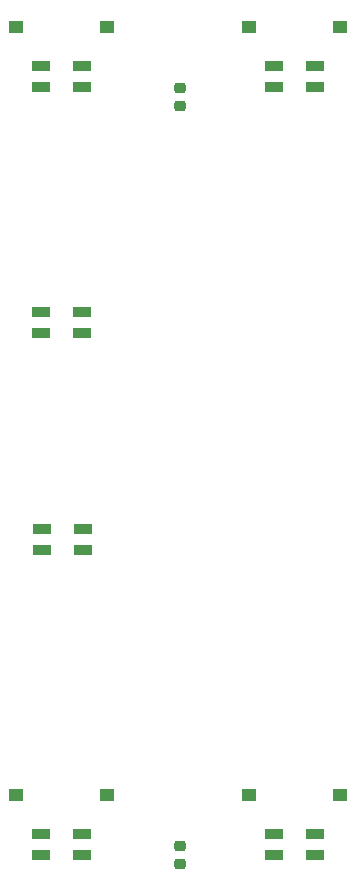
<source format=gbr>
%TF.GenerationSoftware,KiCad,Pcbnew,8.0.8*%
%TF.CreationDate,2025-04-07T16:00:04+02:00*%
%TF.ProjectId,tv25-tbar,74763235-2d74-4626-9172-2e6b69636164,rev?*%
%TF.SameCoordinates,Original*%
%TF.FileFunction,Paste,Top*%
%TF.FilePolarity,Positive*%
%FSLAX46Y46*%
G04 Gerber Fmt 4.6, Leading zero omitted, Abs format (unit mm)*
G04 Created by KiCad (PCBNEW 8.0.8) date 2025-04-07 16:00:04*
%MOMM*%
%LPD*%
G01*
G04 APERTURE LIST*
G04 Aperture macros list*
%AMRoundRect*
0 Rectangle with rounded corners*
0 $1 Rounding radius*
0 $2 $3 $4 $5 $6 $7 $8 $9 X,Y pos of 4 corners*
0 Add a 4 corners polygon primitive as box body*
4,1,4,$2,$3,$4,$5,$6,$7,$8,$9,$2,$3,0*
0 Add four circle primitives for the rounded corners*
1,1,$1+$1,$2,$3*
1,1,$1+$1,$4,$5*
1,1,$1+$1,$6,$7*
1,1,$1+$1,$8,$9*
0 Add four rect primitives between the rounded corners*
20,1,$1+$1,$2,$3,$4,$5,0*
20,1,$1+$1,$4,$5,$6,$7,0*
20,1,$1+$1,$6,$7,$8,$9,0*
20,1,$1+$1,$8,$9,$2,$3,0*%
G04 Aperture macros list end*
%ADD10R,1.250000X1.000000*%
%ADD11RoundRect,0.225000X0.250000X-0.225000X0.250000X0.225000X-0.250000X0.225000X-0.250000X-0.225000X0*%
%ADD12R,1.600000X0.850000*%
G04 APERTURE END LIST*
D10*
%TO.C,SW3*%
X148275000Y-101586668D03*
X156025000Y-101586668D03*
%TD*%
%TO.C,SW1*%
X136325000Y-166586668D03*
X128575000Y-166586668D03*
%TD*%
%TO.C,SW4*%
X148275000Y-166586668D03*
X156025000Y-166586668D03*
%TD*%
D11*
%TO.C,C1*%
X142500000Y-172500000D03*
X142500000Y-170950000D03*
%TD*%
D12*
%TO.C,D5*%
X130700000Y-127500000D03*
X130700000Y-125750000D03*
X134200000Y-125750000D03*
X134200000Y-127500000D03*
%TD*%
%TO.C,D4*%
X153900000Y-171666668D03*
X153900000Y-169916668D03*
X150400000Y-169916668D03*
X150400000Y-171666668D03*
%TD*%
%TO.C,D3*%
X153900000Y-106666668D03*
X153900000Y-104916668D03*
X150400000Y-104916668D03*
X150400000Y-106666668D03*
%TD*%
%TO.C,D1*%
X130700000Y-171666668D03*
X130700000Y-169916668D03*
X134200000Y-169916668D03*
X134200000Y-171666668D03*
%TD*%
%TO.C,D6*%
X130750000Y-145875000D03*
X130750000Y-144125000D03*
X134250000Y-144125000D03*
X134250000Y-145875000D03*
%TD*%
D11*
%TO.C,C2*%
X142500000Y-108275000D03*
X142500000Y-106725000D03*
%TD*%
D10*
%TO.C,SW2*%
X136325000Y-101586668D03*
X128575000Y-101586668D03*
%TD*%
D12*
%TO.C,D2*%
X130700000Y-106666668D03*
X130700000Y-104916668D03*
X134200000Y-104916668D03*
X134200000Y-106666668D03*
%TD*%
M02*

</source>
